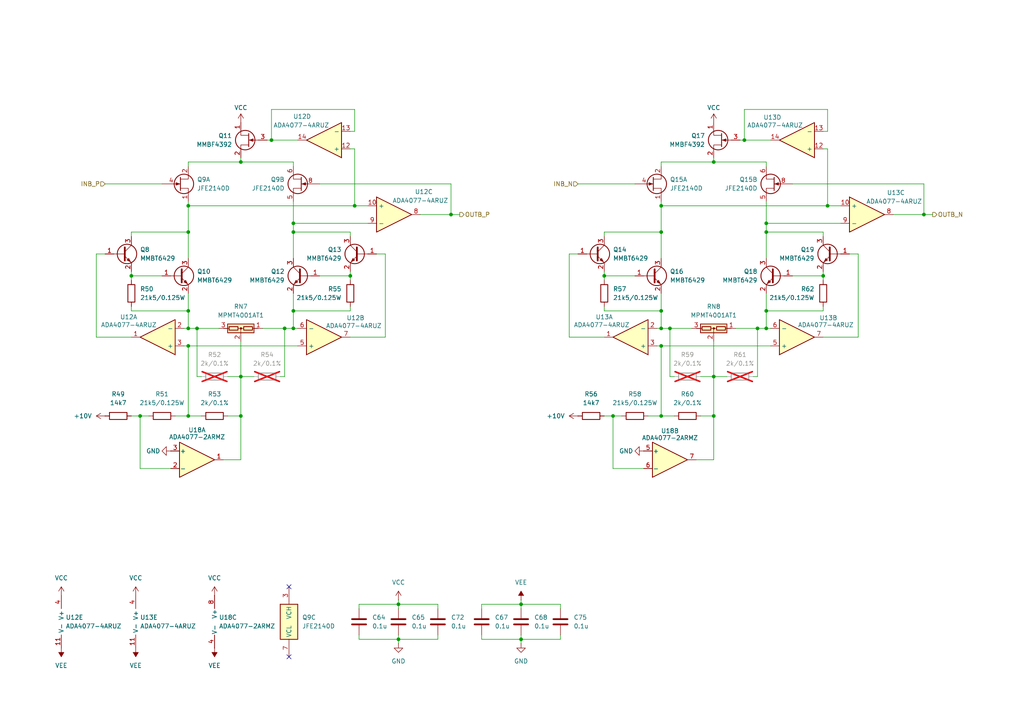
<source format=kicad_sch>
(kicad_sch (version 20250114) (generator "eeschema") (generator_version "9.0")
  (paper "A4")
  (lib_symbols
    (symbol "DIFF_MEAS:ADA4077-2xRMZ" (pin_names (offset 0.127))
      (property "Reference" "U" (at 2.54 6.35 0))
      (property "Value" "ADA4077-2xRMZ" (at 2.54 3.81 0))
      (symbol "ADA4077-2xRMZ_1_1"
        (polyline (pts (xy 5.08 0) (xy -5.08 5.08) (xy -5.08 -5.08) (xy 5.08 0)) (stroke (width 0.254)) (fill (type background)))
        (pin input line (at -7.62 2.54 0) (length 2.54) (name "+") (number "3"))
        (pin input line (at -7.62 -2.54 0) (length 2.54) (name "-") (number "2"))
        (pin output line (at 7.62 0 180) (length 2.54) (name "~") (number "1"))
      )
      (symbol "ADA4077-2xRMZ_2_1"
        (polyline (pts (xy 5.08 0) (xy -5.08 5.08) (xy -5.08 -5.08) (xy 5.08 0)) (stroke (width 0.254)) (fill (type background)))
        (pin input line (at -7.62 2.54 0) (length 2.54) (name "+") (number "5"))
        (pin input line (at -7.62 -2.54 0) (length 2.54) (name "-") (number "6"))
        (pin output line (at 7.62 0 180) (length 2.54) (name "~") (number "7"))
      )
      (symbol "ADA4077-2xRMZ_3_1"
        (pin power_in line (at 0 7.62 270) (length 3.81) (name "V+") (number "8"))
        (pin power_in line (at 0 -7.62 90) (length 3.81) (name "V-") (number "4"))
      )
    )
    (symbol "DIFF_MEAS:ADA4077-4ARUZ"
      (property "Reference" "U" (at 0 3.81 0))
      (property "Value" "ADA4077-4ARUZ" (at 0 -3.81 0))
      (symbol "ADA4077-4ARUZ_1_1"
        (polyline (pts (xy -5.08 5.08) (xy 5.08 0) (xy -5.08 -5.08) (xy -5.08 5.08)) (stroke (width 0.254)) (fill (type background)))
        (pin input line (at -7.62 2.54 0) (length 2.54) (name "+") (number "3"))
        (pin input line (at -7.62 -2.54 0) (length 2.54) (name "-") (number "2"))
        (pin output line (at 7.62 0 180) (length 2.54) (name "~") (number "1"))
      )
      (symbol "ADA4077-4ARUZ_2_1"
        (polyline (pts (xy -5.08 5.08) (xy 5.08 0) (xy -5.08 -5.08) (xy -5.08 5.08)) (stroke (width 0.254)) (fill (type background)))
        (pin input line (at -7.62 2.54 0) (length 2.54) (name "+") (number "5"))
        (pin input line (at -7.62 -2.54 0) (length 2.54) (name "-") (number "6"))
        (pin output line (at 7.62 0 180) (length 2.54) (name "~") (number "7"))
      )
      (symbol "ADA4077-4ARUZ_3_1"
        (polyline (pts (xy -5.08 5.08) (xy 5.08 0) (xy -5.08 -5.08) (xy -5.08 5.08)) (stroke (width 0.254)) (fill (type background)))
        (pin input line (at -7.62 2.54 0) (length 2.54) (name "+") (number "10"))
        (pin input line (at -7.62 -2.54 0) (length 2.54) (name "-") (number "9"))
        (pin output line (at 7.62 0 180) (length 2.54) (name "~") (number "8"))
      )
      (symbol "ADA4077-4ARUZ_4_1"
        (polyline (pts (xy -5.08 5.08) (xy 5.08 0) (xy -5.08 -5.08) (xy -5.08 5.08)) (stroke (width 0.254)) (fill (type background)))
        (pin input line (at -7.62 2.54 0) (length 2.54) (name "+") (number "12"))
        (pin input line (at -7.62 -2.54 0) (length 2.54) (name "-") (number "13"))
        (pin output line (at 7.62 0 180) (length 2.54) (name "~") (number "14"))
      )
      (symbol "ADA4077-4ARUZ_5_1"
        (pin power_in line (at 0 7.62 270) (length 3.81) (name "V+") (number "4"))
        (pin power_in line (at 0 -7.62 90) (length 3.81) (name "V-") (number "11"))
      )
    )
    (symbol "Device:C" (pin_numbers (hide yes)) (pin_names (offset 0.254))
      (property "Reference" "C" (at 0.635 2.54 0))
      (property "Value" "C" (at 0.635 -2.54 0))
      (symbol "C_0_1"
        (polyline (pts (xy -2.032 0.762) (xy 2.032 0.762)) (stroke (width 0.508)))
        (polyline (pts (xy -2.032 -0.762) (xy 2.032 -0.762)) (stroke (width 0.508)))
      )
      (symbol "C_1_1"
        (pin passive line (at 0 3.81 270) (length 2.794) (name "~") (number "1"))
        (pin passive line (at 0 -3.81 90) (length 2.794) (name "~") (number "2"))
      )
    )
    (symbol "Device:R" (pin_numbers (hide yes)) (pin_names (offset 0))
      (property "Reference" "R" (at 2.032 0 90))
      (property "Value" "R" (at 0 0 90))
      (symbol "R_0_1"
        (rectangle (start -1.016 -2.54) (end 1.016 2.54) (stroke (width 0.254)))
      )
      (symbol "R_1_1"
        (pin passive line (at 0 3.81 270) (length 1.27) (name "~") (number "1"))
        (pin passive line (at 0 -3.81 90) (length 1.27) (name "~") (number "2"))
      )
    )
    (symbol "Device:VoltageDivider" (pin_names (offset 0) (hide yes))
      (property "Reference" "RN" (at -4.445 0 90))
      (property "Value" "VoltageDivider" (at -2.54 0 90))
      (symbol "VoltageDivider_0_1"
        (rectangle (start -1.27 -3.81) (end 1.27 3.81) (stroke (width 0.254)) (fill (type background)))
        (rectangle (start -0.508 3.3782) (end 0.508 0.8382) (stroke (width 0.254)))
        (rectangle (start -0.508 -3.3782) (end 0.508 -0.8382) (stroke (width 0.254)))
        (polyline (pts (xy 0 5.08) (xy 0 3.3782)))
        (polyline (pts (xy 0 0.889) (xy 0 -0.889)))
        (circle (center 0 0.0254) (radius 0.254) (fill (type outline)))
        (polyline (pts (xy 0 -5.08) (xy 0 -3.429)))
        (polyline (pts (xy 1.27 0) (xy 0 0)))
      )
      (symbol "VoltageDivider_1_1"
        (pin passive line (at 0 6.35 270) (length 2.54) (name "~") (number "1"))
        (pin passive line (at 0 -6.35 90) (length 2.54) (name "~") (number "3"))
        (pin passive line (at 3.81 0 180) (length 2.54) (name "~") (number "2"))
      )
    )
    (symbol "Transistor_BJT:Q_NPN_BEC" (pin_names (offset 0) (hide yes))
      (property "Reference" "Q" (at 5.08 1.27 0))
      (property "Value" "Q_NPN_BEC" (at 5.08 -1.27 0))
      (symbol "Q_NPN_BEC_0_1"
        (polyline (pts (xy -2.54 0) (xy 0.635 0)))
        (polyline (pts (xy 0.635 1.905) (xy 0.635 -1.905)) (stroke (width 0.508)))
        (circle (center 1.27 0) (radius 2.8194) (stroke (width 0.254)))
      )
      (symbol "Q_NPN_BEC_1_1"
        (polyline (pts (xy 0.635 0.635) (xy 2.54 2.54)))
        (polyline (pts (xy 0.635 -0.635) (xy 2.54 -2.54)))
        (polyline (pts (xy 1.27 -1.778) (xy 1.778 -1.27) (xy 2.286 -2.286) (xy 1.27 -1.778)) (fill (type outline)))
        (pin input line (at -5.08 0 0) (length 2.54) (name "B") (number "1"))
        (pin passive line (at 2.54 5.08 270) (length 2.54) (name "C") (number "3"))
        (pin passive line (at 2.54 -5.08 90) (length 2.54) (name "E") (number "2"))
      )
    )
    (symbol "Transistor_FET:JFE2140D"
      (property "Reference" "Q" (at 5.08 1.27 0))
      (property "Value" "JFE2140D" (at 8.89 -1.27 0))
      (symbol "JFE2140D_1_1"
        (polyline (pts (xy 0 0) (xy -1.016 0.381) (xy -1.016 -0.381) (xy 0 0)) (fill (type outline)))
        (polyline (pts (xy 0.254 1.905) (xy 0.254 -1.905) (xy 0.254 -1.905)) (stroke (width 0.254)))
        (circle (center 1.27 0) (radius 2.8194) (stroke (width 0.254)))
        (polyline (pts (xy 2.54 2.54) (xy 2.54 1.397) (xy 0.254 1.397)))
        (polyline (pts (xy 2.54 -2.54) (xy 2.54 -1.27) (xy 0.254 -1.27)))
        (pin input line (at -5.08 0 0) (length 5.334) (name "~") (number "4"))
        (pin passive line (at 2.54 5.08 270) (length 2.54) (name "~") (number "2"))
        (pin passive line (at 2.54 -5.08 90) (length 2.54) (name "~") (number "1"))
      )
      (symbol "JFE2140D_2_1"
        (polyline (pts (xy 0 0) (xy -1.016 0.381) (xy -1.016 -0.381) (xy 0 0)) (fill (type outline)))
        (polyline (pts (xy 0.254 1.905) (xy 0.254 -1.905) (xy 0.254 -1.905)) (stroke (width 0.254)))
        (circle (center 1.27 0) (radius 2.8194) (stroke (width 0.254)))
        (polyline (pts (xy 2.54 2.54) (xy 2.54 1.397) (xy 0.254 1.397)))
        (polyline (pts (xy 2.54 -2.54) (xy 2.54 -1.27) (xy 0.254 -1.27)))
        (pin input line (at -5.08 0 0) (length 5.334) (name "~") (number "8"))
        (pin passive line (at 2.54 5.08 270) (length 2.54) (name "~") (number "6"))
        (pin passive line (at 2.54 -5.08 90) (length 2.54) (name "~") (number "5"))
      )
      (symbol "JFE2140D_3_0"
        (pin passive line (at 0 10.16 270) (length 5.08) (name "VCH") (number "3"))
        (pin passive line (at 0 -10.16 90) (length 5.08) (name "VCL") (number "7"))
      )
      (symbol "JFE2140D_3_1"
        (rectangle (start -2.54 5.08) (end 2.54 -5.08) (stroke (width 0.254)) (fill (type background)))
      )
    )
    (symbol "Transistor_FET:MMBF4392" (pin_names (hide yes))
      (property "Reference" "Q" (at 5.08 1.905 0))
      (property "Value" "MMBF4392" (at 5.08 0 0))
      (symbol "MMBF4392_0_1"
        (polyline (pts (xy 0 0) (xy -1.016 0.381) (xy -1.016 -0.381) (xy 0 0)) (fill (type outline)))
        (polyline (pts (xy 0.254 1.905) (xy 0.254 -1.905)) (stroke (width 0.254)))
        (polyline (pts (xy 0.254 0) (xy -2.54 0)))
        (circle (center 1.27 0) (radius 2.8194) (stroke (width 0.254)))
        (polyline (pts (xy 2.54 2.54) (xy 2.54 1.397) (xy 0.254 1.397)))
        (polyline (pts (xy 2.54 -2.54) (xy 2.54 -1.397) (xy 0.254 -1.397)))
      )
      (symbol "MMBF4392_1_1"
        (pin input line (at -5.08 0 0) (length 2.54) (name "G") (number "3"))
        (pin passive line (at 2.54 5.08 270) (length 2.54) (name "D") (number "1"))
        (pin passive line (at 2.54 -5.08 90) (length 2.54) (name "S") (number "2"))
      )
    )
    (symbol "power:+10V" (power) (pin_numbers (hide yes)) (pin_names (offset 0) (hide yes))
      (property "Value" "+10V" (at 0 3.556 0))
      (symbol "+10V_0_1"
        (polyline (pts (xy -0.762 1.27) (xy 0 2.54)))
        (polyline (pts (xy 0 2.54) (xy 0.762 1.27)))
        (polyline (pts (xy 0 0) (xy 0 2.54)))
      )
      (symbol "+10V_1_1"
        (pin power_in line (at 0 0 90) (length 0) (name "~") (number "1"))
      )
    )
    (symbol "power:GND" (power) (pin_numbers (hide yes)) (pin_names (offset 0) (hide yes))
      (property "Value" "GND" (at 0 -3.81 0))
      (symbol "GND_0_1"
        (polyline (pts (xy 0 0) (xy 0 -1.27) (xy 1.27 -1.27) (xy 0 -2.54) (xy -1.27 -1.27) (xy 0 -1.27)))
      )
      (symbol "GND_1_1"
        (pin power_in line (at 0 0 270) (length 0) (name "~") (number "1"))
      )
    )
    (symbol "power:VCC" (power) (pin_numbers (hide yes)) (pin_names (offset 0) (hide yes))
      (property "Value" "VCC" (at 0 3.556 0))
      (symbol "VCC_0_1"
        (polyline (pts (xy -0.762 1.27) (xy 0 2.54)))
        (polyline (pts (xy 0 2.54) (xy 0.762 1.27)))
        (polyline (pts (xy 0 0) (xy 0 2.54)))
      )
      (symbol "VCC_1_1"
        (pin power_in line (at 0 0 90) (length 0) (name "~") (number "1"))
      )
    )
    (symbol "power:VEE" (power) (pin_numbers (hide yes)) (pin_names (offset 0) (hide yes))
      (property "Value" "VEE" (at 0 3.556 0))
      (symbol "VEE_0_1"
        (polyline (pts (xy 0 0) (xy 0 2.54)))
        (polyline (pts (xy 0.762 1.27) (xy -0.762 1.27) (xy 0 2.54) (xy 0.762 1.27)) (fill (type outline)))
      )
      (symbol "VEE_1_1"
        (pin power_in line (at 0 0 90) (length 0) (name "~") (number "1"))
      )
    )
  )
  (junction (at 207.01 120.65))
  (junction (at 54.61 100.33))
  (junction (at 267.97 62.23))
  (junction (at 191.77 120.65))
  (junction (at 69.85 109.22))
  (junction (at 115.57 175.26))
  (junction (at 85.09 95.25))
  (junction (at 191.77 90.17))
  (junction (at 151.13 185.42))
  (junction (at 222.25 95.25))
  (junction (at 222.25 90.17))
  (junction (at 85.09 64.77))
  (junction (at 175.26 80.01))
  (junction (at 240.03 59.69))
  (junction (at 85.09 90.17))
  (junction (at 78.74 40.64))
  (junction (at 40.64 120.65))
  (junction (at 222.25 64.77))
  (junction (at 102.87 59.69))
  (junction (at 54.61 59.69))
  (junction (at 151.13 175.26))
  (junction (at 207.01 109.22))
  (junction (at 54.61 95.25))
  (junction (at 191.77 67.31))
  (junction (at 130.81 62.23))
  (junction (at 69.85 120.65))
  (junction (at 194.31 95.25))
  (junction (at 222.25 67.31))
  (junction (at 69.85 46.99))
  (junction (at 101.6 80.01))
  (junction (at 54.61 90.17))
  (junction (at 57.15 95.25))
  (junction (at 191.77 95.25))
  (junction (at 219.71 95.25))
  (junction (at 54.61 120.65))
  (junction (at 54.61 67.31))
  (junction (at 191.77 59.69))
  (junction (at 215.9 40.64))
  (junction (at 38.1 80.01))
  (junction (at 177.8 120.65))
  (junction (at 82.55 95.25))
  (junction (at 115.57 185.42))
  (junction (at 238.76 80.01))
  (junction (at 85.09 67.31))
  (junction (at 207.01 46.99))
  (junction (at 191.77 100.33))
  (no_connect (at 83.82 170.18))
  (no_connect (at 83.82 190.5))
  (wire (pts (xy 151.13 175.26) (xy 162.56 175.26)))
  (wire (pts (xy 191.77 100.33) (xy 223.52 100.33)))
  (wire (pts (xy 57.15 95.25) (xy 57.15 109.22)))
  (wire (pts (xy 248.92 73.66) (xy 246.38 73.66)))
  (wire (pts (xy 229.87 80.01) (xy 238.76 80.01)))
  (wire (pts (xy 177.8 120.65) (xy 180.34 120.65)))
  (wire (pts (xy 215.9 40.64) (xy 223.52 40.64)))
  (wire (pts (xy 130.81 53.34) (xy 130.81 62.23)))
  (wire (pts (xy 175.26 80.01) (xy 184.15 80.01)))
  (wire (pts (xy 238.76 78.74) (xy 238.76 80.01)))
  (wire (pts (xy 175.26 90.17) (xy 191.77 90.17)))
  (wire (pts (xy 191.77 120.65) (xy 195.58 120.65)))
  (wire (pts (xy 101.6 67.31) (xy 101.6 68.58)))
  (wire (pts (xy 115.57 175.26) (xy 127 175.26)))
  (wire (pts (xy 54.61 48.26) (xy 54.61 46.99)))
  (wire (pts (xy 240.03 43.18) (xy 240.03 59.69)))
  (wire (pts (xy 207.01 46.99) (xy 222.25 46.99)))
  (wire (pts (xy 54.61 120.65) (xy 58.42 120.65)))
  (wire (pts (xy 214.63 40.64) (xy 215.9 40.64)))
  (wire (pts (xy 85.09 90.17) (xy 85.09 95.25)))
  (wire (pts (xy 38.1 78.74) (xy 38.1 80.01)))
  (wire (pts (xy 238.76 90.17) (xy 222.25 90.17)))
  (wire (pts (xy 222.25 64.77) (xy 243.84 64.77)))
  (wire (pts (xy 101.6 88.9) (xy 101.6 90.17)))
  (wire (pts (xy 240.03 31.75) (xy 240.03 38.1)))
  (wire (pts (xy 222.25 90.17) (xy 222.25 95.25)))
  (wire (pts (xy 218.44 109.22) (xy 219.71 109.22)))
  (wire (pts (xy 85.09 74.93) (xy 85.09 67.31)))
  (wire (pts (xy 175.26 97.79) (xy 165.1 97.79)))
  (wire (pts (xy 151.13 185.42) (xy 162.56 185.42)))
  (wire (pts (xy 111.76 73.66) (xy 109.22 73.66)))
  (wire (pts (xy 151.13 173.99) (xy 151.13 175.26)))
  (wire (pts (xy 85.09 64.77) (xy 85.09 67.31)))
  (wire (pts (xy 53.34 100.33) (xy 54.61 100.33)))
  (wire (pts (xy 191.77 85.09) (xy 191.77 90.17)))
  (wire (pts (xy 240.03 59.69) (xy 243.84 59.69)))
  (wire (pts (xy 191.77 46.99) (xy 207.01 46.99)))
  (wire (pts (xy 127 185.42) (xy 127 184.15)))
  (wire (pts (xy 102.87 31.75) (xy 102.87 38.1)))
  (wire (pts (xy 191.77 48.26) (xy 191.77 46.99)))
  (wire (pts (xy 101.6 90.17) (xy 85.09 90.17)))
  (wire (pts (xy 187.96 120.65) (xy 191.77 120.65)))
  (wire (pts (xy 121.92 62.23) (xy 130.81 62.23)))
  (wire (pts (xy 92.71 80.01) (xy 101.6 80.01)))
  (wire (pts (xy 222.25 85.09) (xy 222.25 90.17)))
  (wire (pts (xy 115.57 185.42) (xy 127 185.42)))
  (wire (pts (xy 191.77 67.31) (xy 175.26 67.31)))
  (wire (pts (xy 115.57 175.26) (xy 104.14 175.26)))
  (wire (pts (xy 77.47 40.64) (xy 78.74 40.64)))
  (wire (pts (xy 151.13 175.26) (xy 139.7 175.26)))
  (wire (pts (xy 222.25 95.25) (xy 223.52 95.25)))
  (wire (pts (xy 201.93 133.35) (xy 207.01 133.35)))
  (wire (pts (xy 191.77 90.17) (xy 191.77 95.25)))
  (wire (pts (xy 54.61 74.93) (xy 54.61 67.31)))
  (wire (pts (xy 203.2 120.65) (xy 207.01 120.65)))
  (wire (pts (xy 115.57 175.26) (xy 115.57 176.53)))
  (wire (pts (xy 229.87 53.34) (xy 267.97 53.34)))
  (wire (pts (xy 191.77 74.93) (xy 191.77 67.31)))
  (wire (pts (xy 49.53 135.89) (xy 40.64 135.89)))
  (wire (pts (xy 85.09 58.42) (xy 85.09 64.77)))
  (wire (pts (xy 222.25 58.42) (xy 222.25 64.77)))
  (wire (pts (xy 78.74 31.75) (xy 102.87 31.75)))
  (wire (pts (xy 78.74 40.64) (xy 78.74 31.75)))
  (wire (pts (xy 238.76 43.18) (xy 240.03 43.18)))
  (wire (pts (xy 69.85 46.99) (xy 85.09 46.99)))
  (wire (pts (xy 104.14 175.26) (xy 104.14 176.53)))
  (wire (pts (xy 54.61 90.17) (xy 54.61 95.25)))
  (wire (pts (xy 101.6 43.18) (xy 102.87 43.18)))
  (wire (pts (xy 54.61 85.09) (xy 54.61 90.17)))
  (wire (pts (xy 102.87 38.1) (xy 101.6 38.1)))
  (wire (pts (xy 78.74 40.64) (xy 86.36 40.64)))
  (wire (pts (xy 69.85 109.22) (xy 69.85 120.65)))
  (wire (pts (xy 38.1 90.17) (xy 54.61 90.17)))
  (wire (pts (xy 139.7 185.42) (xy 151.13 185.42)))
  (wire (pts (xy 175.26 88.9) (xy 175.26 90.17)))
  (wire (pts (xy 207.01 99.06) (xy 207.01 109.22)))
  (wire (pts (xy 40.64 120.65) (xy 43.18 120.65)))
  (wire (pts (xy 38.1 67.31) (xy 38.1 68.58)))
  (wire (pts (xy 111.76 97.79) (xy 101.6 97.79)))
  (wire (pts (xy 64.77 133.35) (xy 69.85 133.35)))
  (wire (pts (xy 203.2 109.22) (xy 207.01 109.22)))
  (wire (pts (xy 30.48 53.34) (xy 46.99 53.34)))
  (wire (pts (xy 38.1 80.01) (xy 46.99 80.01)))
  (wire (pts (xy 177.8 135.89) (xy 177.8 120.65)))
  (wire (pts (xy 248.92 73.66) (xy 248.92 97.79)))
  (wire (pts (xy 115.57 184.15) (xy 115.57 185.42)))
  (wire (pts (xy 222.25 46.99) (xy 222.25 48.26)))
  (wire (pts (xy 219.71 95.25) (xy 222.25 95.25)))
  (wire (pts (xy 215.9 31.75) (xy 240.03 31.75)))
  (wire (pts (xy 267.97 53.34) (xy 267.97 62.23)))
  (wire (pts (xy 194.31 95.25) (xy 194.31 109.22)))
  (wire (pts (xy 102.87 43.18) (xy 102.87 59.69)))
  (wire (pts (xy 38.1 120.65) (xy 40.64 120.65)))
  (wire (pts (xy 54.61 59.69) (xy 54.61 67.31)))
  (wire (pts (xy 162.56 185.42) (xy 162.56 184.15)))
  (wire (pts (xy 151.13 184.15) (xy 151.13 185.42)))
  (wire (pts (xy 92.71 53.34) (xy 130.81 53.34)))
  (wire (pts (xy 162.56 176.53) (xy 162.56 175.26)))
  (wire (pts (xy 66.04 120.65) (xy 69.85 120.65)))
  (wire (pts (xy 139.7 184.15) (xy 139.7 185.42)))
  (wire (pts (xy 222.25 64.77) (xy 222.25 67.31)))
  (wire (pts (xy 213.36 95.25) (xy 219.71 95.25)))
  (wire (pts (xy 54.61 67.31) (xy 38.1 67.31)))
  (wire (pts (xy 207.01 109.22) (xy 210.82 109.22)))
  (wire (pts (xy 139.7 175.26) (xy 139.7 176.53)))
  (wire (pts (xy 240.03 38.1) (xy 238.76 38.1)))
  (wire (pts (xy 82.55 95.25) (xy 85.09 95.25)))
  (wire (pts (xy 222.25 67.31) (xy 238.76 67.31)))
  (wire (pts (xy 238.76 67.31) (xy 238.76 68.58)))
  (wire (pts (xy 191.77 59.69) (xy 191.77 67.31)))
  (wire (pts (xy 54.61 95.25) (xy 57.15 95.25)))
  (wire (pts (xy 175.26 81.28) (xy 175.26 80.01)))
  (wire (pts (xy 58.42 109.22) (xy 57.15 109.22)))
  (wire (pts (xy 259.08 62.23) (xy 267.97 62.23)))
  (wire (pts (xy 81.28 109.22) (xy 82.55 109.22)))
  (wire (pts (xy 53.34 95.25) (xy 54.61 95.25)))
  (wire (pts (xy 54.61 59.69) (xy 102.87 59.69)))
  (wire (pts (xy 69.85 45.72) (xy 69.85 46.99)))
  (wire (pts (xy 167.64 53.34) (xy 184.15 53.34)))
  (wire (pts (xy 40.64 135.89) (xy 40.64 120.65)))
  (wire (pts (xy 190.5 100.33) (xy 191.77 100.33)))
  (wire (pts (xy 215.9 40.64) (xy 215.9 31.75)))
  (wire (pts (xy 85.09 64.77) (xy 106.68 64.77)))
  (wire (pts (xy 50.8 120.65) (xy 54.61 120.65)))
  (wire (pts (xy 191.77 95.25) (xy 194.31 95.25)))
  (wire (pts (xy 191.77 100.33) (xy 191.77 120.65)))
  (wire (pts (xy 219.71 95.25) (xy 219.71 109.22)))
  (wire (pts (xy 190.5 95.25) (xy 191.77 95.25)))
  (wire (pts (xy 85.09 95.25) (xy 86.36 95.25)))
  (wire (pts (xy 85.09 67.31) (xy 101.6 67.31)))
  (wire (pts (xy 175.26 67.31) (xy 175.26 68.58)))
  (wire (pts (xy 115.57 185.42) (xy 115.57 186.69)))
  (wire (pts (xy 85.09 46.99) (xy 85.09 48.26)))
  (wire (pts (xy 267.97 62.23) (xy 270.51 62.23)))
  (wire (pts (xy 127 176.53) (xy 127 175.26)))
  (wire (pts (xy 38.1 81.28) (xy 38.1 80.01)))
  (wire (pts (xy 101.6 81.28) (xy 101.6 80.01)))
  (wire (pts (xy 76.2 95.25) (xy 82.55 95.25)))
  (wire (pts (xy 194.31 95.25) (xy 200.66 95.25)))
  (wire (pts (xy 57.15 95.25) (xy 63.5 95.25)))
  (wire (pts (xy 207.01 45.72) (xy 207.01 46.99)))
  (wire (pts (xy 175.26 120.65) (xy 177.8 120.65)))
  (wire (pts (xy 222.25 74.93) (xy 222.25 67.31)))
  (wire (pts (xy 195.58 109.22) (xy 194.31 109.22)))
  (wire (pts (xy 151.13 175.26) (xy 151.13 176.53)))
  (wire (pts (xy 186.69 135.89) (xy 177.8 135.89)))
  (wire (pts (xy 104.14 185.42) (xy 115.57 185.42)))
  (wire (pts (xy 191.77 58.42) (xy 191.77 59.69)))
  (wire (pts (xy 54.61 46.99) (xy 69.85 46.99)))
  (wire (pts (xy 85.09 85.09) (xy 85.09 90.17)))
  (wire (pts (xy 151.13 185.42) (xy 151.13 186.69)))
  (wire (pts (xy 54.61 58.42) (xy 54.61 59.69)))
  (wire (pts (xy 54.61 100.33) (xy 54.61 120.65)))
  (wire (pts (xy 69.85 120.65) (xy 69.85 133.35)))
  (wire (pts (xy 191.77 59.69) (xy 240.03 59.69)))
  (wire (pts (xy 54.61 100.33) (xy 86.36 100.33)))
  (wire (pts (xy 101.6 78.74) (xy 101.6 80.01)))
  (wire (pts (xy 130.81 62.23) (xy 133.35 62.23)))
  (wire (pts (xy 38.1 88.9) (xy 38.1 90.17)))
  (wire (pts (xy 111.76 73.66) (xy 111.76 97.79)))
  (wire (pts (xy 238.76 81.28) (xy 238.76 80.01)))
  (wire (pts (xy 82.55 95.25) (xy 82.55 109.22)))
  (wire (pts (xy 175.26 78.74) (xy 175.26 80.01)))
  (wire (pts (xy 115.57 173.99) (xy 115.57 175.26)))
  (wire (pts (xy 248.92 97.79) (xy 238.76 97.79)))
  (wire (pts (xy 165.1 97.79) (xy 165.1 73.66)))
  (wire (pts (xy 66.04 109.22) (xy 69.85 109.22)))
  (wire (pts (xy 207.01 120.65) (xy 207.01 133.35)))
  (wire (pts (xy 27.94 73.66) (xy 30.48 73.66)))
  (wire (pts (xy 69.85 99.06) (xy 69.85 109.22)))
  (wire (pts (xy 104.14 184.15) (xy 104.14 185.42)))
  (wire (pts (xy 238.76 88.9) (xy 238.76 90.17)))
  (wire (pts (xy 207.01 109.22) (xy 207.01 120.65)))
  (wire (pts (xy 102.87 59.69) (xy 106.68 59.69)))
  (wire (pts (xy 38.1 97.79) (xy 27.94 97.79)))
  (wire (pts (xy 165.1 73.66) (xy 167.64 73.66)))
  (wire (pts (xy 27.94 97.79) (xy 27.94 73.66)))
  (wire (pts (xy 69.85 109.22) (xy 73.66 109.22)))
  (hierarchical_label "INB_N" (shape input) (at 167.64 53.34 180))
  (hierarchical_label "INB_P" (shape input) (at 30.48 53.34 180))
  (hierarchical_label "OUTB_N" (shape output) (at 270.51 62.23 0))
  (hierarchical_label "OUTB_P" (shape output) (at 133.35 62.23 0))
  (symbol (lib_id "Transistor_BJT:Q_NPN_BEC") (at 224.79 80.01 0) (mirror y) (unit 1)
    (property "Reference" "Q30" (at 219.71 78.7399 0) (effects (justify left)))
    (property "Value" "MMBT6429" (at 219.71 81.2799 0) (effects (justify left)))
    (property "Footprint" "Package_TO_SOT_SMD:SOT-23" (effects (hide yes)))
    (property "Datasheet" "https://www.onsemi.com/pdf/datasheet/mmbt6428lt1-d.pdf" (effects (hide yes)))
    (property "Description" "NPN transistor, base/emitter/collector" (effects (hide yes)))
    (instances (project "DIFF_MEAS" (path "" (reference "Q18") (unit 1)) (path "" (reference "Q30") (unit 1))) (project "DIFF_MEAS" (path "" (reference "Q11") (unit 1))))
  )
  (symbol (lib_id "power:VCC") (at 207.01 35.56 0) (unit 1)
    (property "Reference" "#PWR0154" (effects (hide yes)))
    (property "Value" "VCC" (at 207.01 31.242 0))
    (property "Description" "Power symbol creates a global label with name \"VCC\"" (effects (hide yes)))
    (instances (project "DIFF_MEAS" (path "" (reference "#PWR0136") (unit 1)) (path "" (reference "#PWR0154") (unit 1))) (project "DIFF_MEAS" (path "" (reference "#PWR042") (unit 1))))
  )
  (symbol (lib_id "Device:C") (at 139.7 180.34 0) (unit 1)
    (property "Reference" "C73" (at 143.51 179.0699 0) (effects (justify left)))
    (property "Value" "0.1u" (at 143.51 181.6099 0) (effects (justify left)))
    (property "Footprint" "Capacitor_SMD:C_0603_1608Metric" (effects (hide yes)))
    (property "Description" "Unpolarized capacitor" (effects (hide yes)))
    (instances (project "DIFF_MEAS" (path "" (reference "C67") (unit 1)) (path "" (reference "C73") (unit 1))) (project "DIFF_MEAS" (path "" (reference "C30") (unit 1))))
  )
  (symbol (lib_id "Transistor_BJT:Q_NPN_BEC") (at 189.23 80.01 0) (unit 1)
    (property "Reference" "Q28" (at 194.31 78.7399 0) (effects (justify left)))
    (property "Value" "MMBT6429" (at 194.31 81.2799 0) (effects (justify left)))
    (property "Footprint" "Package_TO_SOT_SMD:SOT-23" (effects (hide yes)))
    (property "Datasheet" "https://www.onsemi.com/pdf/datasheet/mmbt6428lt1-d.pdf" (effects (hide yes)))
    (property "Description" "NPN transistor, base/emitter/collector" (effects (hide yes)))
    (instances (project "DIFF_MEAS" (path "" (reference "Q16") (unit 1)) (path "" (reference "Q28") (unit 1))) (project "DIFF_MEAS" (path "" (reference "Q9") (unit 1))))
  )
  (symbol (lib_id "Device:C") (at 104.14 180.34 0) (unit 1)
    (property "Reference" "C70" (at 107.95 179.0699 0) (effects (justify left)))
    (property "Value" "0.1u" (at 107.95 181.6099 0) (effects (justify left)))
    (property "Footprint" "Capacitor_SMD:C_0603_1608Metric" (effects (hide yes)))
    (property "Description" "Unpolarized capacitor" (effects (hide yes)))
    (instances (project "" (path "" (reference "C64") (unit 1)) (path "" (reference "C70") (unit 1))) (project "" (path "" (reference "C27") (unit 1))))
  )
  (symbol (lib_id "Device:VoltageDivider") (at 207.01 95.25 270) (unit 1)
    (property "Reference" "RN10" (at 207.01 88.9 90))
    (property "Value" "MPMT4001AT1" (at 207.01 91.44 90))
    (property "Footprint" "Package_TO_SOT_SMD:SOT-23" (effects (hide yes)))
    (property "Description" "Voltage divider" (effects (hide yes)))
    (instances (project "DIFF_MEAS" (path "" (reference "RN8") (unit 1)) (path "" (reference "RN10") (unit 1))) (project "DIFF_MEAS" (path "" (reference "RN2") (unit 1))))
  )
  (symbol (lib_id "power:+10V") (at 167.64 120.65 90) (unit 1)
    (property "Reference" "#PWR0152" (effects (hide yes)))
    (property "Value" "+10V" (at 163.83 120.6499 90) (effects (justify left)))
    (property "Description" "Power symbol creates a global label with name \"+10V\"" (effects (hide yes)))
    (instances (project "DIFF_MEAS" (path "" (reference "#PWR0134") (unit 1)) (path "" (reference "#PWR0152") (unit 1))) (project "DIFF_MEAS" (path "" (reference "#PWR040") (unit 1))))
  )
  (symbol (lib_id "Device:C") (at 151.13 180.34 0) (unit 1)
    (property "Reference" "C74" (at 154.94 179.0699 0) (effects (justify left)))
    (property "Value" "0.1u" (at 154.94 181.6099 0) (effects (justify left)))
    (property "Footprint" "Capacitor_SMD:C_0603_1608Metric" (effects (hide yes)))
    (property "Description" "Unpolarized capacitor" (effects (hide yes)))
    (instances (project "DIFF_MEAS" (path "" (reference "C68") (unit 1)) (path "" (reference "C74") (unit 1))) (project "DIFF_MEAS" (path "" (reference "C31") (unit 1))))
  )
  (symbol (lib_id "DIFF_MEAS:ADA4077-4ARUZ") (at 45.72 97.79 180) (unit 1)
    (property "Reference" "U15" (at 37.338 91.948 0))
    (property "Value" "ADA4077-4ARUZ" (at 37.338 94.234 0))
    (property "Footprint" "Package_SO:TSSOP-14_4.4x5mm_P0.65mm" (effects (hide yes)))
    (property "Datasheet" "https://www.analog.com/media/en/technical-documentation/data-sheets/ada4077-1_4077-2_4077-4.pdf" (effects (hide yes)))
    (property "Description" "4 MHz, 7 nV/√Hz, Low Offset and Drift, High Precision Amplifiers" (effects (hide yes)))
    (instances (project "" (path "" (reference "U12") (unit 1)) (path "" (reference "U15") (unit 1))))
  )
  (symbol (lib_id "power:VCC") (at 62.23 172.72 0) (unit 1)
    (property "Reference" "#PWR0145" (effects (hide yes)))
    (property "Value" "VCC" (at 62.23 167.64 0))
    (property "Description" "Power symbol creates a global label with name \"VCC\"" (effects (hide yes)))
    (instances (project "DIFF_MEAS" (path "" (reference "#PWR0127") (unit 1)) (path "" (reference "#PWR0145") (unit 1))) (project "DIFF_MEAS" (path "" (reference "#PWR033") (unit 1))))
  )
  (symbol (lib_id "DIFF_MEAS:ADA4077-2xRMZ") (at 62.23 180.34 0) (unit 3)
    (property "Reference" "U17" (at 63.5 179.0699 0) (effects (justify left)))
    (property "Value" "ADA4077-2ARMZ" (at 63.5 181.6099 0) (effects (justify left)))
    (property "Footprint" "Package_SO:MSOP-8_3x3mm_P0.65mm" (effects (hide yes)))
    (property "Datasheet" "https://www.analog.com/media/en/technical-documentation/data-sheets/ada4077-1_4077-2_4077-4.pdf" (effects (hide yes)))
    (property "Description" "4 MHz, 7 nV/√Hz, Low Offset and Drift, High Precision Amplifiers" (effects (hide yes)))
    (instances (project "" (path "" (reference "U18") (unit 3)) (path "" (reference "U17") (unit 3))))
  )
  (symbol (lib_id "Transistor_BJT:Q_NPN_BEC") (at 35.56 73.66 0) (unit 1)
    (property "Reference" "Q20" (at 40.64 72.3899 0) (effects (justify left)))
    (property "Value" "MMBT6429" (at 40.64 74.9299 0) (effects (justify left)))
    (property "Footprint" "Package_TO_SOT_SMD:SOT-23" (effects (hide yes)))
    (property "Datasheet" "https://www.onsemi.com/pdf/datasheet/mmbt6428lt1-d.pdf" (effects (hide yes)))
    (property "Description" "NPN transistor, base/emitter/collector" (effects (hide yes)))
    (instances (project "DIFF_MEAS" (path "" (reference "Q8") (unit 1)) (path "" (reference "Q20") (unit 1))) (project "DIFF_MEAS" (path "" (reference "Q1") (unit 1))))
  )
  (symbol (lib_id "Device:VoltageDivider") (at 69.85 95.25 270) (unit 1)
    (property "Reference" "RN9" (at 69.85 88.9 90))
    (property "Value" "MPMT4001AT1" (at 69.85 91.44 90))
    (property "Footprint" "Package_TO_SOT_SMD:SOT-23" (effects (hide yes)))
    (property "Description" "Voltage divider" (effects (hide yes)))
    (instances (project "" (path "" (reference "RN7") (unit 1)) (path "" (reference "RN9") (unit 1))) (project "" (path "" (reference "RN1") (unit 1))))
  )
  (symbol (lib_id "power:VEE") (at 151.13 173.99 0) (unit 1)
    (property "Reference" "#PWR0150" (effects (hide yes)))
    (property "Value" "VEE" (at 151.13 168.91 0))
    (property "Description" "Power symbol creates a global label with name \"VEE\"" (effects (hide yes)))
    (instances (project "DIFF_MEAS" (path "" (reference "#PWR0132") (unit 1)) (path "" (reference "#PWR0150") (unit 1))) (project "DIFF_MEAS" (path "" (reference "#PWR038") (unit 1))))
  )
  (symbol (lib_id "Device:R") (at 62.23 120.65 90) (unit 1)
    (property "Reference" "R67" (at 62.23 114.3 90))
    (property "Value" "2k/0.1%" (at 62.23 116.84 90))
    (property "Footprint" "Resistor_SMD:R_0603_1608Metric" (effects (hide yes)))
    (property "Description" "Resistor" (effects (hide yes)))
    (instances (project "" (path "" (reference "R53") (unit 1)) (path "" (reference "R67") (unit 1))) (project "" (path "" (reference "R29") (unit 1))))
  )
  (symbol (lib_id "power:VCC") (at 39.37 172.72 0) (unit 1)
    (property "Reference" "#PWR0142" (effects (hide yes)))
    (property "Value" "VCC" (at 39.37 167.64 0))
    (property "Description" "Power symbol creates a global label with name \"VCC\"" (effects (hide yes)))
    (instances (project "DIFF_MEAS" (path "" (reference "#PWR0124") (unit 1)) (path "" (reference "#PWR0142") (unit 1))) (project "DIFF_MEAS" (path "" (reference "#PWR030") (unit 1))))
  )
  (symbol (lib_id "Device:R") (at 77.47 109.22 90) (unit 1) (in_bom no) (dnp yes)
    (property "Reference" "R68" (at 77.47 102.87 90))
    (property "Value" "2k/0.1%" (at 77.47 105.41 90))
    (property "Footprint" "Resistor_SMD:R_0603_1608Metric" (effects (hide yes)))
    (property "Description" "Resistor" (effects (hide yes)))
    (instances (project "DIFF_MEAS" (path "" (reference "R54") (unit 1)) (path "" (reference "R68") (unit 1))) (project "DIFF_MEAS" (path "" (reference "R30") (unit 1))))
  )
  (symbol (lib_id "power:VEE") (at 39.37 187.96 180) (unit 1)
    (property "Reference" "#PWR0143" (effects (hide yes)))
    (property "Value" "VEE" (at 39.37 193.04 0))
    (property "Description" "Power symbol creates a global label with name \"VEE\"" (effects (hide yes)))
    (instances (project "DIFF_MEAS" (path "" (reference "#PWR0125") (unit 1)) (path "" (reference "#PWR0143") (unit 1))) (project "DIFF_MEAS" (path "" (reference "#PWR031") (unit 1))))
  )
  (symbol (lib_id "Device:R") (at 171.45 120.65 90) (unit 1)
    (property "Reference" "R70" (at 171.45 114.3 90))
    (property "Value" "14k7" (at 171.45 116.84 90))
    (property "Footprint" "Resistor_SMD:R_0603_1608Metric" (effects (hide yes)))
    (property "Description" "Resistor" (effects (hide yes)))
    (instances (project "DIFF_MEAS" (path "" (reference "R56") (unit 1)) (path "" (reference "R70") (unit 1))) (project "DIFF_MEAS" (path "" (reference "R32") (unit 1))))
  )
  (symbol (lib_id "Transistor_FET:JFE2140D") (at 87.63 53.34 0) (mirror y) (unit 2)
    (property "Reference" "Q21" (at 82.55 52.0699 0) (effects (justify left)))
    (property "Value" "JFE2140D" (at 82.55 54.6099 0) (effects (justify left)))
    (property "Footprint" "Package_SO:SOIC-8_3.9x4.9mm_P1.27mm" (effects (hide yes)))
    (property "Datasheet" "https://www.ti.com/lit/ds/symlink/jfe2140.pdf" (effects (hide yes)))
    (property "Description" "Ultra-Low Noise, Matched, Dual, Low-Gate Current, Discrete, Audio, N‑Channel JFET, SOIC-8" (effects (hide yes)))
    (instances (project "" (path "" (reference "Q9") (unit 2)) (path "" (reference "Q21") (unit 2))) (project "" (path "" (reference "Q2") (unit 2))))
  )
  (symbol (lib_id "DIFF_MEAS:ADA4077-2xRMZ") (at 194.31 133.35 0) (unit 2)
    (property "Reference" "U17" (at 194.31 124.968 0))
    (property "Value" "ADA4077-2ARMZ" (at 194.31 127 0))
    (property "Footprint" "Package_SO:MSOP-8_3x3mm_P0.65mm" (effects (hide yes)))
    (property "Datasheet" "https://www.analog.com/media/en/technical-documentation/data-sheets/ada4077-1_4077-2_4077-4.pdf" (effects (hide yes)))
    (property "Description" "4 MHz, 7 nV/√Hz, Low Offset and Drift, High Precision Amplifiers" (effects (hide yes)))
    (instances (project "" (path "" (reference "U18") (unit 2)) (path "" (reference "U17") (unit 2))))
  )
  (symbol (lib_id "Transistor_FET:MMBF4392") (at 72.39 40.64 0) (mirror y) (unit 1)
    (property "Reference" "Q23" (at 67.31 39.3699 0) (effects (justify left)))
    (property "Value" "MMBF4392" (at 67.31 41.9099 0) (effects (justify left)))
    (property "Footprint" "Package_TO_SOT_SMD:SOT-23" (effects (hide yes)))
    (property "Datasheet" "https://www.onsemi.com/pub/Collateral/MMBF4391LT1-D.PDF" (effects (hide yes)))
    (property "Description" "25mA min, 30V, 60mOhm max, 2-5V Vgs(off), N-Channel JFET, SOT-23" (effects (hide yes)))
    (instances (project "" (path "" (reference "Q11") (unit 1)) (path "" (reference "Q23") (unit 1))) (project "" (path "" (reference "Q4") (unit 1))))
  )
  (symbol (lib_id "power:GND") (at 151.13 186.69 0) (unit 1)
    (property "Reference" "#PWR0151" (effects (hide yes)))
    (property "Value" "GND" (at 151.13 191.77 0))
    (property "Description" "Power symbol creates a global label with name \"GND\" , ground" (effects (hide yes)))
    (instances (project "DIFF_MEAS" (path "" (reference "#PWR0133") (unit 1)) (path "" (reference "#PWR0151") (unit 1))) (project "DIFF_MEAS" (path "" (reference "#PWR039") (unit 1))))
  )
  (symbol (lib_id "Device:R") (at 46.99 120.65 90) (unit 1)
    (property "Reference" "R65" (at 46.99 114.3 90))
    (property "Value" "21k5/0.125W" (at 46.99 116.84 90))
    (property "Footprint" "Resistor_SMD:R_0603_1608Metric" (effects (hide yes)))
    (property "Description" "Resistor" (effects (hide yes)))
    (instances (project "DIFF_MEAS" (path "" (reference "R51") (unit 1)) (path "" (reference "R65") (unit 1))) (project "DIFF_MEAS" (path "" (reference "R27") (unit 1))))
  )
  (symbol (lib_id "Device:R") (at 101.6 85.09 0) (mirror x) (unit 1)
    (property "Reference" "R69" (at 99.06 83.8199 0) (effects (justify right)))
    (property "Value" "21k5/0.125W" (at 99.06 86.3599 0) (effects (justify right)))
    (property "Footprint" "Resistor_SMD:R_0603_1608Metric" (effects (hide yes)))
    (property "Description" "Resistor" (effects (hide yes)))
    (instances (project "DIFF_MEAS" (path "" (reference "R55") (unit 1)) (path "" (reference "R69") (unit 1))) (project "DIFF_MEAS" (path "" (reference "R31") (unit 1))))
  )
  (symbol (lib_id "DIFF_MEAS:ADA4077-4ARUZ") (at 231.14 40.64 180) (unit 4)
    (property "Reference" "U16" (at 224.028 34.036 0))
    (property "Value" "ADA4077-4ARUZ" (at 224.79 36.322 0))
    (property "Footprint" "Package_SO:TSSOP-14_4.4x5mm_P0.65mm" (effects (hide yes)))
    (property "Datasheet" "https://www.analog.com/media/en/technical-documentation/data-sheets/ada4077-1_4077-2_4077-4.pdf" (effects (hide yes)))
    (property "Description" "4 MHz, 7 nV/√Hz, Low Offset and Drift, High Precision Amplifiers" (effects (hide yes)))
    (instances (project "" (path "" (reference "U13") (unit 4)) (path "" (reference "U16") (unit 4))))
  )
  (symbol (lib_id "Transistor_BJT:Q_NPN_BEC") (at 52.07 80.01 0) (unit 1)
    (property "Reference" "Q22" (at 57.15 78.7399 0) (effects (justify left)))
    (property "Value" "MMBT6429" (at 57.15 81.2799 0) (effects (justify left)))
    (property "Footprint" "Package_TO_SOT_SMD:SOT-23" (effects (hide yes)))
    (property "Datasheet" "https://www.onsemi.com/pdf/datasheet/mmbt6428lt1-d.pdf" (effects (hide yes)))
    (property "Description" "NPN transistor, base/emitter/collector" (effects (hide yes)))
    (instances (project "" (path "" (reference "Q10") (unit 1)) (path "" (reference "Q22") (unit 1))) (project "" (path "" (reference "Q3") (unit 1))))
  )
  (symbol (lib_id "Device:R") (at 38.1 85.09 180) (unit 1)
    (property "Reference" "R64" (at 40.64 83.8199 0) (effects (justify right)))
    (property "Value" "21k5/0.125W" (at 40.64 86.3599 0) (effects (justify right)))
    (property "Footprint" "Resistor_SMD:R_0603_1608Metric" (effects (hide yes)))
    (property "Description" "Resistor" (effects (hide yes)))
    (instances (project "DIFF_MEAS" (path "" (reference "R50") (unit 1)) (path "" (reference "R64") (unit 1))) (project "DIFF_MEAS" (path "" (reference "R26") (unit 1))))
  )
  (symbol (lib_id "Device:R") (at 238.76 85.09 0) (mirror x) (unit 1)
    (property "Reference" "R76" (at 236.22 83.8199 0) (effects (justify right)))
    (property "Value" "21k5/0.125W" (at 236.22 86.3599 0) (effects (justify right)))
    (property "Footprint" "Resistor_SMD:R_0603_1608Metric" (effects (hide yes)))
    (property "Description" "Resistor" (effects (hide yes)))
    (instances (project "DIFF_MEAS" (path "" (reference "R62") (unit 1)) (path "" (reference "R76") (unit 1))) (project "DIFF_MEAS" (path "" (reference "R38") (unit 1))))
  )
  (symbol (lib_id "DIFF_MEAS:ADA4077-4ARUZ") (at 93.98 40.64 180) (unit 4)
    (property "Reference" "U15" (at 87.63 33.782 0))
    (property "Value" "ADA4077-4ARUZ" (at 87.376 36.322 0))
    (property "Footprint" "Package_SO:TSSOP-14_4.4x5mm_P0.65mm" (effects (hide yes)))
    (property "Datasheet" "https://www.analog.com/media/en/technical-documentation/data-sheets/ada4077-1_4077-2_4077-4.pdf" (effects (hide yes)))
    (property "Description" "4 MHz, 7 nV/√Hz, Low Offset and Drift, High Precision Amplifiers" (effects (hide yes)))
    (instances (project "" (path "" (reference "U12") (unit 4)) (path "" (reference "U15") (unit 4))))
  )
  (symbol (lib_id "Transistor_BJT:Q_NPN_BEC") (at 241.3 73.66 0) (mirror y) (unit 1)
    (property "Reference" "Q31" (at 236.22 72.3899 0) (effects (justify left)))
    (property "Value" "MMBT6429" (at 236.22 74.9299 0) (effects (justify left)))
    (property "Footprint" "Package_TO_SOT_SMD:SOT-23" (effects (hide yes)))
    (property "Datasheet" "https://www.onsemi.com/pdf/datasheet/mmbt6428lt1-d.pdf" (effects (hide yes)))
    (property "Description" "NPN transistor, base/emitter/collector" (effects (hide yes)))
    (instances (project "DIFF_MEAS" (path "" (reference "Q19") (unit 1)) (path "" (reference "Q31") (unit 1))) (project "DIFF_MEAS" (path "" (reference "Q12") (unit 1))))
  )
  (symbol (lib_id "Device:R") (at 184.15 120.65 90) (unit 1)
    (property "Reference" "R72" (at 184.15 114.3 90))
    (property "Value" "21k5/0.125W" (at 184.15 116.84 90))
    (property "Footprint" "Resistor_SMD:R_0603_1608Metric" (effects (hide yes)))
    (property "Description" "Resistor" (effects (hide yes)))
    (instances (project "DIFF_MEAS" (path "" (reference "R58") (unit 1)) (path "" (reference "R72") (unit 1))) (project "DIFF_MEAS" (path "" (reference "R34") (unit 1))))
  )
  (symbol (lib_id "Transistor_BJT:Q_NPN_BEC") (at 87.63 80.01 0) (mirror y) (unit 1)
    (property "Reference" "Q24" (at 82.55 78.7399 0) (effects (justify left)))
    (property "Value" "MMBT6429" (at 82.55 81.2799 0) (effects (justify left)))
    (property "Footprint" "Package_TO_SOT_SMD:SOT-23" (effects (hide yes)))
    (property "Datasheet" "https://www.onsemi.com/pdf/datasheet/mmbt6428lt1-d.pdf" (effects (hide yes)))
    (property "Description" "NPN transistor, base/emitter/collector" (effects (hide yes)))
    (instances (project "DIFF_MEAS" (path "" (reference "Q12") (unit 1)) (path "" (reference "Q24") (unit 1))) (project "DIFF_MEAS" (path "" (reference "Q5") (unit 1))))
  )
  (symbol (lib_id "Transistor_FET:JFE2140D") (at 83.82 180.34 0) (unit 3)
    (property "Reference" "Q21" (at 87.63 179.0699 0) (effects (justify left)))
    (property "Value" "JFE2140D" (at 87.63 181.6099 0) (effects (justify left)))
    (property "Footprint" "Package_SO:SOIC-8_3.9x4.9mm_P1.27mm" (effects (hide yes)))
    (property "Datasheet" "https://www.ti.com/lit/ds/symlink/jfe2140.pdf" (effects (hide yes)))
    (property "Description" "Ultra-Low Noise, Matched, Dual, Low-Gate Current, Discrete, Audio, N‑Channel JFET, SOIC-8" (effects (hide yes)))
    (instances (project "" (path "" (reference "Q9") (unit 3)) (path "" (reference "Q21") (unit 3))) (project "" (path "" (reference "Q2") (unit 3))))
  )
  (symbol (lib_id "power:VCC") (at 115.57 173.99 0) (unit 1)
    (property "Reference" "#PWR0148" (effects (hide yes)))
    (property "Value" "VCC" (at 115.57 168.91 0))
    (property "Description" "Power symbol creates a global label with name \"VCC\"" (effects (hide yes)))
    (instances (project "DIFF_MEAS" (path "" (reference "#PWR0130") (unit 1)) (path "" (reference "#PWR0148") (unit 1))) (project "DIFF_MEAS" (path "" (reference "#PWR036") (unit 1))))
  )
  (symbol (lib_id "power:GND") (at 49.53 130.81 270) (unit 1)
    (property "Reference" "#PWR0144" (effects (hide yes)))
    (property "Value" "GND" (at 46.482 130.81 90) (effects (justify right)))
    (property "Description" "Power symbol creates a global label with name \"GND\" , ground" (effects (hide yes)))
    (instances (project "" (path "" (reference "#PWR0126") (unit 1)) (path "" (reference "#PWR0144") (unit 1))) (project "" (path "" (reference "#PWR032") (unit 1))))
  )
  (symbol (lib_id "DIFF_MEAS:ADA4077-4ARUZ") (at 93.98 97.79 0) (mirror x) (unit 2)
    (property "Reference" "U15" (at 103.124 92.202 0))
    (property "Value" "ADA4077-4ARUZ" (at 102.616 94.488 0))
    (property "Footprint" "Package_SO:TSSOP-14_4.4x5mm_P0.65mm" (effects (hide yes)))
    (property "Datasheet" "https://www.analog.com/media/en/technical-documentation/data-sheets/ada4077-1_4077-2_4077-4.pdf" (effects (hide yes)))
    (property "Description" "4 MHz, 7 nV/√Hz, Low Offset and Drift, High Precision Amplifiers" (effects (hide yes)))
    (instances (project "" (path "" (reference "U12") (unit 2)) (path "" (reference "U15") (unit 2))))
  )
  (symbol (lib_id "power:VCC") (at 69.85 35.56 0) (unit 1)
    (property "Reference" "#PWR0147" (effects (hide yes)))
    (property "Value" "VCC" (at 69.85 31.242 0))
    (property "Description" "Power symbol creates a global label with name \"VCC\"" (effects (hide yes)))
    (instances (project "DIFF_MEAS" (path "" (reference "#PWR0129") (unit 1)) (path "" (reference "#PWR0147") (unit 1))) (project "DIFF_MEAS" (path "" (reference "#PWR035") (unit 1))))
  )
  (symbol (lib_id "power:+10V") (at 30.48 120.65 90) (unit 1)
    (property "Reference" "#PWR0141" (effects (hide yes)))
    (property "Value" "+10V" (at 26.67 120.6499 90) (effects (justify left)))
    (property "Description" "Power symbol creates a global label with name \"+10V\"" (effects (hide yes)))
    (instances (project "" (path "" (reference "#PWR0123") (unit 1)) (path "" (reference "#PWR0141") (unit 1))) (project "" (path "" (reference "#PWR029") (unit 1))))
  )
  (symbol (lib_id "DIFF_MEAS:ADA4077-4ARUZ") (at 182.88 97.79 180) (unit 1)
    (property "Reference" "U16" (at 175.26 91.948 0))
    (property "Value" "ADA4077-4ARUZ" (at 174.498 94.234 0))
    (property "Footprint" "Package_SO:TSSOP-14_4.4x5mm_P0.65mm" (effects (hide yes)))
    (property "Datasheet" "https://www.analog.com/media/en/technical-documentation/data-sheets/ada4077-1_4077-2_4077-4.pdf" (effects (hide yes)))
    (property "Description" "4 MHz, 7 nV/√Hz, Low Offset and Drift, High Precision Amplifiers" (effects (hide yes)))
    (instances (project "" (path "" (reference "U13") (unit 1)) (path "" (reference "U16") (unit 1))))
  )
  (symbol (lib_id "Device:C") (at 115.57 180.34 0) (unit 1)
    (property "Reference" "C71" (at 119.38 179.0699 0) (effects (justify left)))
    (property "Value" "0.1u" (at 119.38 181.6099 0) (effects (justify left)))
    (property "Footprint" "Capacitor_SMD:C_0603_1608Metric" (effects (hide yes)))
    (property "Description" "Unpolarized capacitor" (effects (hide yes)))
    (instances (project "DIFF_MEAS" (path "" (reference "C65") (unit 1)) (path "" (reference "C71") (unit 1))) (project "DIFF_MEAS" (path "" (reference "C28") (unit 1))))
  )
  (symbol (lib_id "Device:R") (at 199.39 120.65 90) (unit 1)
    (property "Reference" "R74" (at 199.39 114.3 90))
    (property "Value" "2k/0.1%" (at 199.39 116.84 90))
    (property "Footprint" "Resistor_SMD:R_0603_1608Metric" (effects (hide yes)))
    (property "Description" "Resistor" (effects (hide yes)))
    (instances (project "DIFF_MEAS" (path "" (reference "R60") (unit 1)) (path "" (reference "R74") (unit 1))) (project "DIFF_MEAS" (path "" (reference "R36") (unit 1))))
  )
  (symbol (lib_id "Transistor_BJT:Q_NPN_BEC") (at 104.14 73.66 0) (mirror y) (unit 1)
    (property "Reference" "Q25" (at 99.06 72.3899 0) (effects (justify left)))
    (property "Value" "MMBT6429" (at 99.06 74.9299 0) (effects (justify left)))
    (property "Footprint" "Package_TO_SOT_SMD:SOT-23" (effects (hide yes)))
    (property "Datasheet" "https://www.onsemi.com/pdf/datasheet/mmbt6428lt1-d.pdf" (effects (hide yes)))
    (property "Description" "NPN transistor, base/emitter/collector" (effects (hide yes)))
    (instances (project "DIFF_MEAS" (path "" (reference "Q13") (unit 1)) (path "" (reference "Q25") (unit 1))) (project "DIFF_MEAS" (path "" (reference "Q6") (unit 1))))
  )
  (symbol (lib_id "Transistor_FET:JFE2140D") (at 189.23 53.34 0) (unit 1)
    (property "Reference" "Q27" (at 194.31 52.0699 0) (effects (justify left)))
    (property "Value" "JFE2140D" (at 194.31 54.6099 0) (effects (justify left)))
    (property "Footprint" "Package_SO:SOIC-8_3.9x4.9mm_P1.27mm" (effects (hide yes)))
    (property "Datasheet" "https://www.ti.com/lit/ds/symlink/jfe2140.pdf" (effects (hide yes)))
    (property "Description" "Ultra-Low Noise, Matched, Dual, Low-Gate Current, Discrete, Audio, N‑Channel JFET, SOIC-8" (effects (hide yes)))
    (instances (project "DIFF_MEAS" (path "" (reference "Q15") (unit 1)) (path "" (reference "Q27") (unit 1))) (project "DIFF_MEAS" (path "" (reference "Q8") (unit 1))))
  )
  (symbol (lib_id "Transistor_FET:MMBF4392") (at 209.55 40.64 0) (mirror y) (unit 1)
    (property "Reference" "Q29" (at 204.47 39.3699 0) (effects (justify left)))
    (property "Value" "MMBF4392" (at 204.47 41.9099 0) (effects (justify left)))
    (property "Footprint" "Package_TO_SOT_SMD:SOT-23" (effects (hide yes)))
    (property "Datasheet" "https://www.onsemi.com/pub/Collateral/MMBF4391LT1-D.PDF" (effects (hide yes)))
    (property "Description" "25mA min, 30V, 60mOhm max, 2-5V Vgs(off), N-Channel JFET, SOT-23" (effects (hide yes)))
    (instances (project "DIFF_MEAS" (path "" (reference "Q17") (unit 1)) (path "" (reference "Q29") (unit 1))) (project "DIFF_MEAS" (path "" (reference "Q10") (unit 1))))
  )
  (symbol (lib_id "Device:R") (at 214.63 109.22 90) (unit 1) (in_bom no) (dnp yes)
    (property "Reference" "R75" (at 214.63 102.87 90))
    (property "Value" "2k/0.1%" (at 214.63 105.41 90))
    (property "Footprint" "Resistor_SMD:R_0603_1608Metric" (effects (hide yes)))
    (property "Description" "Resistor" (effects (hide yes)))
    (instances (project "DIFF_MEAS" (path "" (reference "R61") (unit 1)) (path "" (reference "R75") (unit 1))) (project "DIFF_MEAS" (path "" (reference "R37") (unit 1))))
  )
  (symbol (lib_id "DIFF_MEAS:ADA4077-4ARUZ") (at 231.14 97.79 0) (mirror x) (unit 2)
    (property "Reference" "U16" (at 240.284 92.202 0))
    (property "Value" "ADA4077-4ARUZ" (at 239.522 94.234 0))
    (property "Footprint" "Package_SO:TSSOP-14_4.4x5mm_P0.65mm" (effects (hide yes)))
    (property "Datasheet" "https://www.analog.com/media/en/technical-documentation/data-sheets/ada4077-1_4077-2_4077-4.pdf" (effects (hide yes)))
    (property "Description" "4 MHz, 7 nV/√Hz, Low Offset and Drift, High Precision Amplifiers" (effects (hide yes)))
    (instances (project "" (path "" (reference "U13") (unit 2)) (path "" (reference "U16") (unit 2))))
  )
  (symbol (lib_id "power:VCC") (at 17.78 172.72 0) (unit 1)
    (property "Reference" "#PWR0139" (effects (hide yes)))
    (property "Value" "VCC" (at 17.78 167.64 0))
    (property "Description" "Power symbol creates a global label with name \"VCC\"" (effects (hide yes)))
    (instances (project "" (path "" (reference "#PWR0121") (unit 1)) (path "" (reference "#PWR0139") (unit 1))) (project "" (path "" (reference "#PWR027") (unit 1))))
  )
  (symbol (lib_id "Transistor_BJT:Q_NPN_BEC") (at 172.72 73.66 0) (unit 1)
    (property "Reference" "Q26" (at 177.8 72.3899 0) (effects (justify left)))
    (property "Value" "MMBT6429" (at 177.8 74.9299 0) (effects (justify left)))
    (property "Footprint" "Package_TO_SOT_SMD:SOT-23" (effects (hide yes)))
    (property "Datasheet" "https://www.onsemi.com/pdf/datasheet/mmbt6428lt1-d.pdf" (effects (hide yes)))
    (property "Description" "NPN transistor, base/emitter/collector" (effects (hide yes)))
    (instances (project "DIFF_MEAS" (path "" (reference "Q14") (unit 1)) (path "" (reference "Q26") (unit 1))) (project "DIFF_MEAS" (path "" (reference "Q7") (unit 1))))
  )
  (symbol (lib_id "Transistor_FET:JFE2140D") (at 224.79 53.34 0) (mirror y) (unit 2)
    (property "Reference" "Q27" (at 219.71 52.0699 0) (effects (justify left)))
    (property "Value" "JFE2140D" (at 219.71 54.6099 0) (effects (justify left)))
    (property "Footprint" "Package_SO:SOIC-8_3.9x4.9mm_P1.27mm" (effects (hide yes)))
    (property "Datasheet" "https://www.ti.com/lit/ds/symlink/jfe2140.pdf" (effects (hide yes)))
    (property "Description" "Ultra-Low Noise, Matched, Dual, Low-Gate Current, Discrete, Audio, N‑Channel JFET, SOIC-8" (effects (hide yes)))
    (instances (project "DIFF_MEAS" (path "" (reference "Q15") (unit 2)) (path "" (reference "Q27") (unit 2))) (project "DIFF_MEAS" (path "" (reference "Q8") (unit 2))))
  )
  (symbol (lib_id "Device:R") (at 199.39 109.22 90) (unit 1) (in_bom no) (dnp yes)
    (property "Reference" "R73" (at 199.39 102.87 90))
    (property "Value" "2k/0.1%" (at 199.39 105.41 90))
    (property "Footprint" "Resistor_SMD:R_0603_1608Metric" (effects (hide yes)))
    (property "Description" "Resistor" (effects (hide yes)))
    (instances (project "DIFF_MEAS" (path "" (reference "R59") (unit 1)) (path "" (reference "R73") (unit 1))) (project "DIFF_MEAS" (path "" (reference "R35") (unit 1))))
  )
  (symbol (lib_id "Device:R") (at 34.29 120.65 90) (unit 1)
    (property "Reference" "R63" (at 34.29 114.3 90))
    (property "Value" "14k7" (at 34.29 116.84 90))
    (property "Footprint" "Resistor_SMD:R_0603_1608Metric" (effects (hide yes)))
    (property "Description" "Resistor" (effects (hide yes)))
    (instances (project "DIFF_MEAS" (path "" (reference "R49") (unit 1)) (path "" (reference "R63") (unit 1))) (project "DIFF_MEAS" (path "" (reference "R25") (unit 1))))
  )
  (symbol (lib_id "DIFF_MEAS:ADA4077-2xRMZ") (at 57.15 133.35 0) (unit 1)
    (property "Reference" "U17" (at 57.15 124.714 0))
    (property "Value" "ADA4077-2ARMZ" (at 57.15 126.746 0))
    (property "Footprint" "Package_SO:MSOP-8_3x3mm_P0.65mm" (effects (hide yes)))
    (property "Datasheet" "https://www.analog.com/media/en/technical-documentation/data-sheets/ada4077-1_4077-2_4077-4.pdf" (effects (hide yes)))
    (property "Description" "4 MHz, 7 nV/√Hz, Low Offset and Drift, High Precision Amplifiers" (effects (hide yes)))
    (instances (project "" (path "" (reference "U18") (unit 1)) (path "" (reference "U17") (unit 1))))
  )
  (symbol (lib_id "DIFF_MEAS:ADA4077-4ARUZ") (at 17.78 180.34 0) (unit 5)
    (property "Reference" "U15" (at 19.05 179.0699 0) (effects (justify left)))
    (property "Value" "ADA4077-4ARUZ" (at 19.05 181.6099 0) (effects (justify left)))
    (property "Footprint" "Package_SO:TSSOP-14_4.4x5mm_P0.65mm" (effects (hide yes)))
    (property "Datasheet" "https://www.analog.com/media/en/technical-documentation/data-sheets/ada4077-1_4077-2_4077-4.pdf" (effects (hide yes)))
    (property "Description" "4 MHz, 7 nV/√Hz, Low Offset and Drift, High Precision Amplifiers" (effects (hide yes)))
    (instances (project "" (path "" (reference "U12") (unit 5)) (path "" (reference "U15") (unit 5))))
  )
  (symbol (lib_id "DIFF_MEAS:ADA4077-4ARUZ") (at 39.37 180.34 0) (unit 5)
    (property "Reference" "U16" (at 40.64 179.0699 0) (effects (justify left)))
    (property "Value" "ADA4077-4ARUZ" (at 40.64 181.6099 0) (effects (justify left)))
    (property "Footprint" "Package_SO:TSSOP-14_4.4x5mm_P0.65mm" (effects (hide yes)))
    (property "Datasheet" "https://www.analog.com/media/en/technical-documentation/data-sheets/ada4077-1_4077-2_4077-4.pdf" (effects (hide yes)))
    (property "Description" "4 MHz, 7 nV/√Hz, Low Offset and Drift, High Precision Amplifiers" (effects (hide yes)))
    (instances (project "" (path "" (reference "U13") (unit 5)) (path "" (reference "U16") (unit 5))))
  )
  (symbol (lib_id "DIFF_MEAS:ADA4077-4ARUZ") (at 114.3 62.23 0) (unit 3)
    (property "Reference" "U15" (at 122.936 55.626 0))
    (property "Value" "ADA4077-4ARUZ" (at 121.92 58.166 0))
    (property "Footprint" "Package_SO:TSSOP-14_4.4x5mm_P0.65mm" (effects (hide yes)))
    (property "Datasheet" "https://www.analog.com/media/en/technical-documentation/data-sheets/ada4077-1_4077-2_4077-4.pdf" (effects (hide yes)))
    (property "Description" "4 MHz, 7 nV/√Hz, Low Offset and Drift, High Precision Amplifiers" (effects (hide yes)))
    (instances (project "" (path "" (reference "U12") (unit 3)) (path "" (reference "U15") (unit 3))))
  )
  (symbol (lib_id "power:GND") (at 115.57 186.69 0) (unit 1)
    (property "Reference" "#PWR0149" (effects (hide yes)))
    (property "Value" "GND" (at 115.57 191.77 0))
    (property "Description" "Power symbol creates a global label with name \"GND\" , ground" (effects (hide yes)))
    (instances (project "" (path "" (reference "#PWR0131") (unit 1)) (path "" (reference "#PWR0149") (unit 1))) (project "" (path "" (reference "#PWR037") (unit 1))))
  )
  (symbol (lib_id "Device:R") (at 62.23 109.22 90) (unit 1) (in_bom no) (dnp yes)
    (property "Reference" "R66" (at 62.23 102.87 90))
    (property "Value" "2k/0.1%" (at 62.23 105.41 90))
    (property "Footprint" "Resistor_SMD:R_0603_1608Metric" (effects (hide yes)))
    (property "Description" "Resistor" (effects (hide yes)))
    (instances (project "DIFF_MEAS" (path "" (reference "R52") (unit 1)) (path "" (reference "R66") (unit 1))) (project "DIFF_MEAS" (path "" (reference "R28") (unit 1))))
  )
  (symbol (lib_id "Transistor_FET:JFE2140D") (at 52.07 53.34 0) (unit 1)
    (property "Reference" "Q21" (at 57.15 52.0699 0) (effects (justify left)))
    (property "Value" "JFE2140D" (at 57.15 54.6099 0) (effects (justify left)))
    (property "Footprint" "Package_SO:SOIC-8_3.9x4.9mm_P1.27mm" (effects (hide yes)))
    (property "Datasheet" "https://www.ti.com/lit/ds/symlink/jfe2140.pdf" (effects (hide yes)))
    (property "Description" "Ultra-Low Noise, Matched, Dual, Low-Gate Current, Discrete, Audio, N‑Channel JFET, SOIC-8" (effects (hide yes)))
    (instances (project "" (path "" (reference "Q9") (unit 1)) (path "" (reference "Q21") (unit 1))) (project "" (path "" (reference "Q2") (unit 1))))
  )
  (symbol (lib_id "Device:R") (at 175.26 85.09 180) (unit 1)
    (property "Reference" "R71" (at 177.8 83.8199 0) (effects (justify right)))
    (property "Value" "21k5/0.125W" (at 177.8 86.3599 0) (effects (justify right)))
    (property "Footprint" "Resistor_SMD:R_0603_1608Metric" (effects (hide yes)))
    (property "Description" "Resistor" (effects (hide yes)))
    (instances (project "DIFF_MEAS" (path "" (reference "R57") (unit 1)) (path "" (reference "R71") (unit 1))) (project "DIFF_MEAS" (path "" (reference "R33") (unit 1))))
  )
  (symbol (lib_id "Device:C") (at 127 180.34 0) (unit 1)
    (property "Reference" "C72" (at 130.81 179.0699 0) (effects (justify left)))
    (property "Value" "0.1u" (at 130.81 181.6099 0) (effects (justify left)))
    (property "Footprint" "Capacitor_SMD:C_0603_1608Metric" (effects (hide yes)))
    (property "Description" "Unpolarized capacitor" (effects (hide yes)))
  )
  (symbol (lib_id "Device:C") (at 162.56 180.34 0) (unit 1)
    (property "Reference" "C75" (at 166.37 179.0699 0) (effects (justify left)))
    (property "Value" "0.1u" (at 166.37 181.6099 0) (effects (justify left)))
    (property "Footprint" "Capacitor_SMD:C_0603_1608Metric" (effects (hide yes)))
    (property "Description" "Unpolarized capacitor" (effects (hide yes)))
  )
  (symbol (lib_id "power:GND") (at 186.69 130.81 270) (unit 1)
    (property "Reference" "#PWR0153" (effects (hide yes)))
    (property "Value" "GND" (at 183.642 130.81 90) (effects (justify right)))
    (property "Description" "Power symbol creates a global label with name \"GND\" , ground" (effects (hide yes)))
    (instances (project "DIFF_MEAS" (path "" (reference "#PWR0135") (unit 1)) (path "" (reference "#PWR0153") (unit 1))) (project "DIFF_MEAS" (path "" (reference "#PWR041") (unit 1))))
  )
  (symbol (lib_id "DIFF_MEAS:ADA4077-4ARUZ") (at 251.46 62.23 0) (unit 3)
    (property "Reference" "U16" (at 259.842 55.88 0))
    (property "Value" "ADA4077-4ARUZ" (at 259.334 58.42 0))
    (property "Footprint" "Package_SO:TSSOP-14_4.4x5mm_P0.65mm" (effects (hide yes)))
    (property "Datasheet" "https://www.analog.com/media/en/technical-documentation/data-sheets/ada4077-1_4077-2_4077-4.pdf" (effects (hide yes)))
    (property "Description" "4 MHz, 7 nV/√Hz, Low Offset and Drift, High Precision Amplifiers" (effects (hide yes)))
    (instances (project "" (path "" (reference "U13") (unit 3)) (path "" (reference "U16") (unit 3))))
  )
  (symbol (lib_id "power:VEE") (at 62.23 187.96 180) (unit 1)
    (property "Reference" "#PWR0146" (effects (hide yes)))
    (property "Value" "VEE" (at 62.23 193.04 0))
    (property "Description" "Power symbol creates a global label with name \"VEE\"" (effects (hide yes)))
    (instances (project "DIFF_MEAS" (path "" (reference "#PWR0128") (unit 1)) (path "" (reference "#PWR0146") (unit 1))) (project "DIFF_MEAS" (path "" (reference "#PWR034") (unit 1))))
  )
  (symbol (lib_id "power:VEE") (at 17.78 187.96 180) (unit 1)
    (property "Reference" "#PWR0140" (effects (hide yes)))
    (property "Value" "VEE" (at 17.78 193.04 0))
    (property "Description" "Power symbol creates a global label with name \"VEE\"" (effects (hide yes)))
    (instances (project "" (path "" (reference "#PWR0122") (unit 1)) (path "" (reference "#PWR0140") (unit 1))) (project "" (path "" (reference "#PWR028") (unit 1))))
  )
)
</source>
